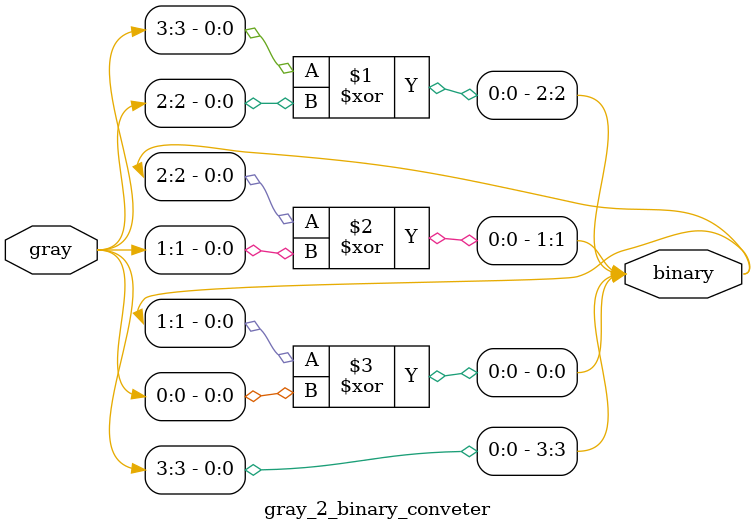
<source format=v>
`timescale 1ns / 1ps

module gray_2_binary_conveter(binary,gray);

input [3:0]gray;
output [3:0]binary;

assign binary[3] = gray[3];

xor g1(binary[2],binary[3],gray[2]);
xor g2(binary[1],binary[2],gray[1]);
xor g3(binary[0],binary[1],gray[0]);

endmodule
</source>
